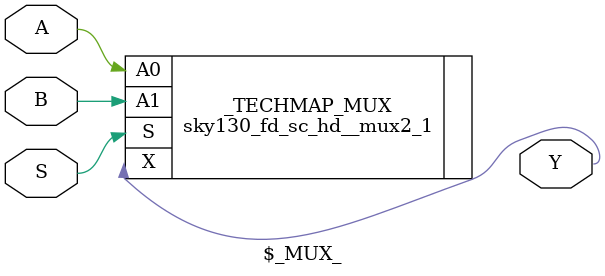
<source format=v>
module \$_MUX_ (
    output Y,
    input A,
    input B,
    input S
    );
  sky130_fd_sc_hd__mux2_1 _TECHMAP_MUX (
      .X(Y),
      .A0(A),
      .A1(B),
      .S(S)
  );
endmodule
</source>
